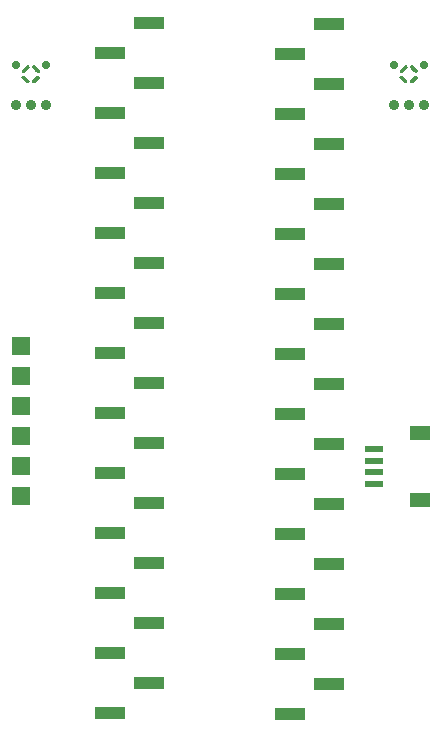
<source format=gbr>
%TF.GenerationSoftware,KiCad,Pcbnew,7.0.1-0*%
%TF.CreationDate,2024-02-14T11:54:31-05:00*%
%TF.ProjectId,Tympan_Rev_F,54796d70-616e-45f5-9265-765f462e6b69,rev?*%
%TF.SameCoordinates,Original*%
%TF.FileFunction,Paste,Bot*%
%TF.FilePolarity,Positive*%
%FSLAX46Y46*%
G04 Gerber Fmt 4.6, Leading zero omitted, Abs format (unit mm)*
G04 Created by KiCad (PCBNEW 7.0.1-0) date 2024-02-14 11:54:31*
%MOMM*%
%LPD*%
G01*
G04 APERTURE LIST*
%ADD10C,0.300000*%
%ADD11C,0.900000*%
%ADD12C,0.700000*%
%ADD13R,2.510000X1.000000*%
%ADD14R,1.800000X1.200000*%
%ADD15R,1.550000X0.600000*%
%ADD16R,1.500000X1.500000*%
G04 APERTURE END LIST*
D10*
X169150000Y-77080000D02*
G75*
G03*
X168784817Y-77438370I249995J-619995D01*
G01*
X168780000Y-77950000D02*
G75*
G03*
X169138370Y-78315183I619995J249995D01*
G01*
X170020000Y-77450000D02*
G75*
G03*
X169661630Y-77084817I-619995J-249995D01*
G01*
X169650000Y-78320000D02*
G75*
G03*
X170015183Y-77961630I-249995J619995D01*
G01*
X137150000Y-77080000D02*
G75*
G03*
X136784817Y-77438370I249995J-619995D01*
G01*
X136780000Y-77950000D02*
G75*
G03*
X137138370Y-78315183I619995J249995D01*
G01*
X138020000Y-77450000D02*
G75*
G03*
X137661630Y-77084817I-619995J-249995D01*
G01*
X137650000Y-78320000D02*
G75*
G03*
X138015183Y-77961630I-249995J619995D01*
G01*
D11*
X168135000Y-80316000D03*
D12*
X168135000Y-76910000D03*
X170665000Y-76910000D03*
D11*
X170665000Y-80316000D03*
X169400000Y-80316000D03*
X136135000Y-80316000D03*
D12*
X136135000Y-76910000D03*
X138665000Y-76910000D03*
D11*
X138665000Y-80316000D03*
X137400000Y-80316000D03*
D13*
X144110000Y-131800000D03*
X147420000Y-129260000D03*
X144110000Y-126720000D03*
X147420000Y-124180000D03*
X144110000Y-121640000D03*
X147420000Y-119100000D03*
X144110000Y-116560000D03*
X147420000Y-114020000D03*
X144110000Y-111480000D03*
X147420000Y-108940000D03*
X144110000Y-106400000D03*
X147420000Y-103860000D03*
X144110000Y-101320000D03*
X147420000Y-98780000D03*
X144110000Y-96240000D03*
X147420000Y-93700000D03*
X144110000Y-91160000D03*
X147420000Y-88620000D03*
X144110000Y-86080000D03*
X147420000Y-83540000D03*
X144110000Y-81000000D03*
X147420000Y-78460000D03*
X144110000Y-75920000D03*
X147420000Y-73380000D03*
X162650000Y-73390000D03*
X159340000Y-75930000D03*
X162650000Y-78470000D03*
X159340000Y-81010000D03*
X162650000Y-83550000D03*
X159340000Y-86090000D03*
X162650000Y-88630000D03*
X159340000Y-91170000D03*
X162650000Y-93710000D03*
X159340000Y-96250000D03*
X162650000Y-98790000D03*
X159340000Y-101330000D03*
X162650000Y-103870000D03*
X159340000Y-106410000D03*
X162650000Y-108950000D03*
X159340000Y-111490000D03*
X162650000Y-114030000D03*
X159340000Y-116570000D03*
X162650000Y-119110000D03*
X159340000Y-121650000D03*
X162650000Y-124190000D03*
X159340000Y-126730000D03*
X162650000Y-129270000D03*
X159340000Y-131810000D03*
D14*
X170337500Y-108100000D03*
X170337500Y-113700000D03*
D15*
X166462500Y-109400000D03*
X166462500Y-110400000D03*
X166462500Y-111400000D03*
X166462500Y-112400000D03*
D16*
X136600000Y-113400000D03*
X136600000Y-110860000D03*
X136600000Y-108320000D03*
X136600000Y-105780000D03*
X136600000Y-103240000D03*
X136600000Y-100700000D03*
M02*

</source>
